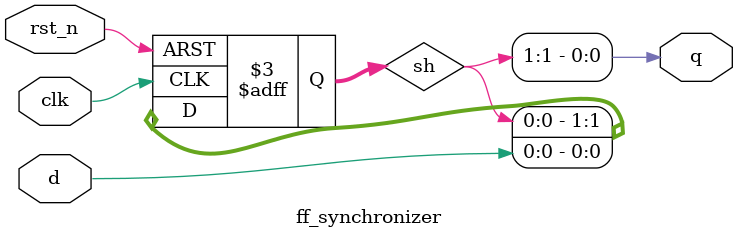
<source format=v>
module ff_synchronizer #(
  parameter integer STAGES = 2
)(
  input  wire clk,
  input  wire rst_n,  // can be tied high if you don't want to reset synchronizer
  input  wire d,      // async input (single bit)
  output wire q       // synchronized output
);

  reg [STAGES-1:0] sh;

  // Note: Many designs omit the reset here to avoid coupling reset into async path.
  always @(posedge clk or negedge rst_n) begin
    if (!rst_n) begin
      sh <= {STAGES{1'b0}};
    end else begin
      sh <= {sh[STAGES-2:0], d};
    end
  end

  assign q = sh[STAGES-1];

endmodule

</source>
